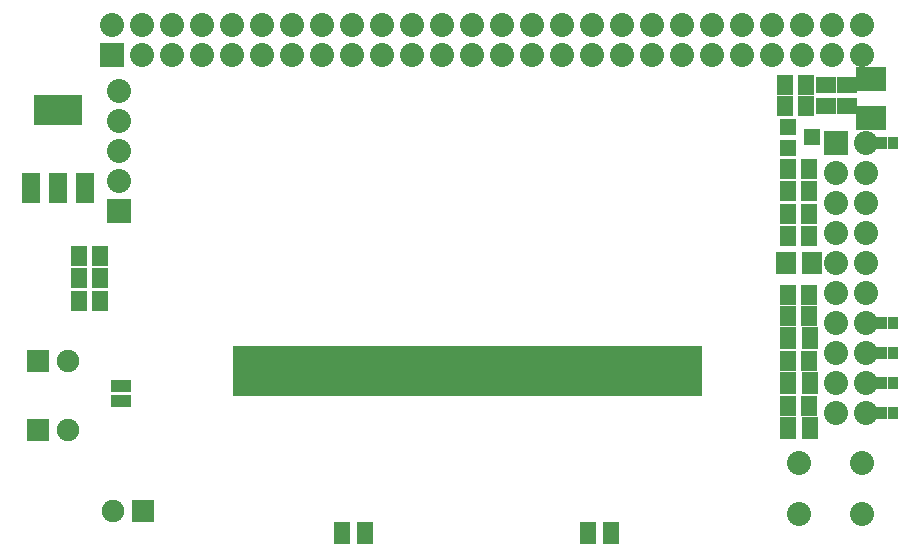
<source format=gbs>
G04 (created by PCBNEW (2013-04-19 BZR 4011)-stable) date 01/07/2013 10:58:15*
%MOIN*%
G04 Gerber Fmt 3.4, Leading zero omitted, Abs format*
%FSLAX34Y34*%
G01*
G70*
G90*
G04 APERTURE LIST*
%ADD10C,2.3622e-006*%
%ADD11R,0.0554X0.17*%
%ADD12R,0.056X0.056*%
%ADD13R,0.065X0.075*%
%ADD14R,0.055X0.065*%
%ADD15R,0.1X0.08*%
%ADD16R,0.055X0.075*%
%ADD17C,0.08*%
%ADD18R,0.08X0.08*%
%ADD19R,0.164X0.1*%
%ADD20R,0.06X0.1*%
%ADD21R,0.075X0.075*%
%ADD22C,0.075*%
%ADD23R,0.065X0.055*%
%ADD24R,0.0357X0.0436*%
G04 APERTURE END LIST*
G54D10*
G54D11*
X89200Y-53050D03*
X89672Y-53050D03*
X90145Y-53050D03*
X96759Y-53050D03*
X96287Y-53050D03*
X95814Y-53050D03*
X95342Y-53050D03*
X94869Y-53050D03*
X94397Y-53050D03*
X93924Y-53050D03*
X93452Y-53050D03*
X92980Y-53050D03*
X92507Y-53050D03*
X92035Y-53050D03*
X91562Y-53050D03*
X91090Y-53050D03*
X90617Y-53050D03*
X88728Y-53050D03*
X88255Y-53050D03*
X87783Y-53050D03*
X87310Y-53050D03*
X86838Y-53050D03*
X86365Y-53050D03*
X85893Y-53050D03*
X85420Y-53050D03*
X84948Y-53050D03*
X84476Y-53050D03*
X84003Y-53050D03*
X83531Y-53050D03*
X83058Y-53050D03*
X82585Y-53050D03*
X82113Y-53050D03*
X81641Y-53050D03*
G54D12*
X99900Y-44900D03*
X99900Y-45600D03*
X100700Y-45250D03*
G54D13*
X99825Y-49450D03*
X100675Y-49450D03*
G54D14*
X99900Y-46300D03*
X100600Y-46300D03*
X100600Y-47050D03*
X99900Y-47050D03*
X100600Y-48550D03*
X99900Y-48550D03*
X100600Y-47800D03*
X99900Y-47800D03*
X99800Y-43500D03*
X100500Y-43500D03*
X100500Y-44200D03*
X99800Y-44200D03*
G54D15*
X102650Y-44600D03*
X102650Y-43300D03*
G54D16*
X85025Y-58450D03*
X85775Y-58450D03*
X93975Y-58450D03*
X93225Y-58450D03*
X99875Y-54950D03*
X100625Y-54950D03*
X99875Y-53450D03*
X100625Y-53450D03*
X99875Y-51950D03*
X100625Y-51950D03*
G54D17*
X102500Y-45450D03*
X101500Y-46450D03*
G54D18*
X101500Y-45450D03*
G54D17*
X102500Y-46450D03*
X101500Y-47450D03*
X102500Y-47450D03*
X101500Y-48450D03*
X102500Y-48450D03*
X101500Y-49450D03*
X102500Y-49450D03*
X101500Y-50450D03*
X102500Y-50450D03*
X101500Y-51450D03*
X102500Y-51450D03*
X101500Y-52450D03*
X102500Y-52450D03*
X101500Y-53450D03*
X102500Y-53450D03*
X101500Y-54450D03*
X102500Y-54450D03*
G54D14*
X100600Y-54200D03*
X99900Y-54200D03*
X100600Y-52700D03*
X99900Y-52700D03*
X100600Y-51200D03*
X99900Y-51200D03*
X100600Y-50500D03*
X99900Y-50500D03*
X76950Y-50700D03*
X76250Y-50700D03*
X76950Y-49950D03*
X76250Y-49950D03*
X76950Y-49200D03*
X76250Y-49200D03*
G54D17*
X100257Y-56100D03*
X102343Y-56100D03*
G54D19*
X75550Y-44350D03*
G54D20*
X75550Y-46950D03*
X74650Y-46950D03*
X76450Y-46950D03*
G54D21*
X74900Y-55000D03*
G54D22*
X75900Y-55000D03*
G54D21*
X74900Y-52700D03*
G54D22*
X75900Y-52700D03*
G54D21*
X78400Y-57700D03*
G54D22*
X77400Y-57700D03*
G54D18*
X77350Y-42500D03*
G54D17*
X77350Y-41500D03*
X78350Y-42500D03*
X78350Y-41500D03*
X79350Y-42500D03*
X79350Y-41500D03*
X80350Y-42500D03*
X80350Y-41500D03*
X81350Y-42500D03*
X81350Y-41500D03*
X82350Y-42500D03*
X82350Y-41500D03*
X83350Y-42500D03*
X83350Y-41500D03*
X84350Y-42500D03*
X84350Y-41500D03*
X85350Y-42500D03*
X85350Y-41500D03*
X86350Y-42500D03*
X86350Y-41500D03*
X87350Y-42500D03*
X87350Y-41500D03*
X88350Y-42500D03*
X88350Y-41500D03*
X89350Y-42500D03*
X89350Y-41500D03*
X90350Y-42500D03*
X90350Y-41500D03*
X91350Y-42500D03*
X91350Y-41500D03*
X92350Y-42500D03*
X92350Y-41500D03*
X93350Y-42500D03*
X93350Y-41500D03*
X94350Y-42500D03*
X94350Y-41500D03*
X95350Y-42500D03*
X95350Y-41500D03*
X96350Y-42500D03*
X96350Y-41500D03*
X97350Y-42500D03*
X97350Y-41500D03*
X98350Y-42500D03*
X98350Y-41500D03*
X99350Y-42500D03*
X99350Y-41500D03*
X100350Y-42500D03*
X100350Y-41500D03*
X101350Y-42500D03*
X101350Y-41500D03*
X102350Y-42500D03*
X102350Y-41500D03*
G54D23*
X101150Y-44200D03*
X101150Y-43500D03*
X101850Y-43500D03*
X101850Y-44200D03*
G54D17*
X100257Y-57800D03*
X102343Y-57800D03*
G54D18*
X77600Y-47700D03*
G54D17*
X77600Y-46700D03*
X77600Y-45700D03*
X77600Y-44700D03*
X77600Y-43700D03*
G54D24*
X103377Y-54450D03*
X103023Y-54450D03*
X103377Y-53450D03*
X103023Y-53450D03*
X103377Y-52450D03*
X103023Y-52450D03*
X103377Y-51450D03*
X103023Y-51450D03*
X77827Y-53550D03*
X77473Y-53550D03*
X77827Y-54050D03*
X77473Y-54050D03*
X103023Y-45450D03*
X103377Y-45450D03*
M02*

</source>
